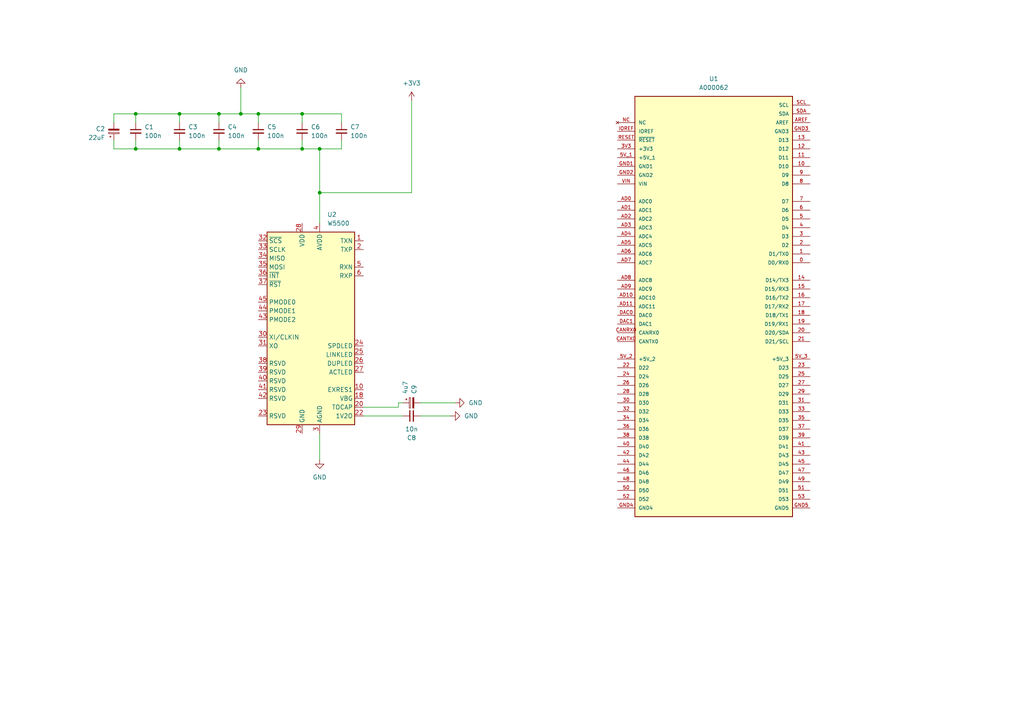
<source format=kicad_sch>
(kicad_sch (version 20230121) (generator eeschema)
  (paper "A4")
  (lib_symbols
    (symbol "A000062:A000062" (pin_names (offset 1.016))
      (property "Reference" "U" (at -22.86 61.722 0))
      (property "Value" "A000062" (at -22.86 -63.5 0))
      (symbol "A000062_0_0"
        (rectangle (start -22.86 -60.96) (end 22.86 60.96) (stroke (width 0.254)) (fill (type background)))
        (pin bidirectional line (at 27.94 12.7 180) (length 5.08) (name "D0/RX0") (number "0"))
        (pin bidirectional line (at 27.94 15.24 180) (length 5.08) (name "D1/TX0") (number "1"))
        (pin bidirectional line (at 27.94 40.64 180) (length 5.08) (name "D10") (number "10"))
        (pin bidirectional line (at 27.94 43.18 180) (length 5.08) (name "D11") (number "11"))
        (pin bidirectional line (at 27.94 45.72 180) (length 5.08) (name "D12") (number "12"))
        (pin bidirectional line (at 27.94 48.26 180) (length 5.08) (name "D13") (number "13"))
        (pin bidirectional line (at 27.94 7.62 180) (length 5.08) (name "D14/TX3") (number "14"))
        (pin bidirectional line (at 27.94 5.08 180) (length 5.08) (name "D15/RX3") (number "15"))
        (pin bidirectional line (at 27.94 2.54 180) (length 5.08) (name "D16/TX2") (number "16"))
        (pin bidirectional line (at 27.94 0 180) (length 5.08) (name "D17/RX2") (number "17"))
        (pin bidirectional line (at 27.94 -2.54 180) (length 5.08) (name "D18/TX1") (number "18"))
        (pin bidirectional line (at 27.94 -5.08 180) (length 5.08) (name "D19/RX1") (number "19"))
        (pin bidirectional line (at 27.94 17.78 180) (length 5.08) (name "D2") (number "2"))
        (pin bidirectional line (at 27.94 -7.62 180) (length 5.08) (name "D20/SDA") (number "20"))
        (pin bidirectional line (at 27.94 -10.16 180) (length 5.08) (name "D21/SCL") (number "21"))
        (pin bidirectional line (at -27.94 -17.78 0) (length 5.08) (name "D22") (number "22"))
        (pin bidirectional line (at 27.94 -17.78 180) (length 5.08) (name "D23") (number "23"))
        (pin bidirectional line (at -27.94 -20.32 0) (length 5.08) (name "D24") (number "24"))
        (pin bidirectional line (at 27.94 -20.32 180) (length 5.08) (name "D25") (number "25"))
        (pin bidirectional line (at -27.94 -22.86 0) (length 5.08) (name "D26") (number "26"))
        (pin bidirectional line (at 27.94 -22.86 180) (length 5.08) (name "D27") (number "27"))
        (pin bidirectional line (at -27.94 -25.4 0) (length 5.08) (name "D28") (number "28"))
        (pin bidirectional line (at 27.94 -25.4 180) (length 5.08) (name "D29") (number "29"))
        (pin bidirectional line (at 27.94 20.32 180) (length 5.08) (name "D3") (number "3"))
        (pin bidirectional line (at -27.94 -27.94 0) (length 5.08) (name "D30") (number "30"))
        (pin bidirectional line (at 27.94 -27.94 180) (length 5.08) (name "D31") (number "31"))
        (pin bidirectional line (at -27.94 -30.48 0) (length 5.08) (name "D32") (number "32"))
        (pin bidirectional line (at 27.94 -30.48 180) (length 5.08) (name "D33") (number "33"))
        (pin bidirectional line (at -27.94 -33.02 0) (length 5.08) (name "D34") (number "34"))
        (pin bidirectional line (at 27.94 -33.02 180) (length 5.08) (name "D35") (number "35"))
        (pin bidirectional line (at -27.94 -35.56 0) (length 5.08) (name "D36") (number "36"))
        (pin bidirectional line (at 27.94 -35.56 180) (length 5.08) (name "D37") (number "37"))
        (pin bidirectional line (at -27.94 -38.1 0) (length 5.08) (name "D38") (number "38"))
        (pin bidirectional line (at 27.94 -38.1 180) (length 5.08) (name "D39") (number "39"))
        (pin power_in line (at -27.94 45.72 0) (length 5.08) (name "+3V3") (number "3V3"))
        (pin bidirectional line (at 27.94 22.86 180) (length 5.08) (name "D4") (number "4"))
        (pin bidirectional line (at -27.94 -40.64 0) (length 5.08) (name "D40") (number "40"))
        (pin bidirectional line (at 27.94 -40.64 180) (length 5.08) (name "D41") (number "41"))
        (pin bidirectional line (at -27.94 -43.18 0) (length 5.08) (name "D42") (number "42"))
        (pin bidirectional line (at 27.94 -43.18 180) (length 5.08) (name "D43") (number "43"))
        (pin bidirectional line (at -27.94 -45.72 0) (length 5.08) (name "D44") (number "44"))
        (pin bidirectional line (at 27.94 -45.72 180) (length 5.08) (name "D45") (number "45"))
        (pin bidirectional line (at -27.94 -48.26 0) (length 5.08) (name "D46") (number "46"))
        (pin bidirectional line (at 27.94 -48.26 180) (length 5.08) (name "D47") (number "47"))
        (pin bidirectional line (at -27.94 -50.8 0) (length 5.08) (name "D48") (number "48"))
        (pin bidirectional line (at 27.94 -50.8 180) (length 5.08) (name "D49") (number "49"))
        (pin bidirectional line (at 27.94 25.4 180) (length 5.08) (name "D5") (number "5"))
        (pin bidirectional line (at -27.94 -53.34 0) (length 5.08) (name "D50") (number "50"))
        (pin bidirectional line (at 27.94 -53.34 180) (length 5.08) (name "D51") (number "51"))
        (pin bidirectional line (at -27.94 -55.88 0) (length 5.08) (name "D52") (number "52"))
        (pin bidirectional line (at 27.94 -55.88 180) (length 5.08) (name "D53") (number "53"))
        (pin power_in line (at -27.94 43.18 0) (length 5.08) (name "+5V_1") (number "5V_1"))
        (pin power_in line (at -27.94 -15.24 0) (length 5.08) (name "+5V_2") (number "5V_2"))
        (pin power_in line (at 27.94 -15.24 180) (length 5.08) (name "+5V_3") (number "5V_3"))
        (pin bidirectional line (at 27.94 27.94 180) (length 5.08) (name "D6") (number "6"))
        (pin bidirectional line (at 27.94 30.48 180) (length 5.08) (name "D7") (number "7"))
        (pin bidirectional line (at 27.94 35.56 180) (length 5.08) (name "D8") (number "8"))
        (pin bidirectional line (at 27.94 38.1 180) (length 5.08) (name "D9") (number "9"))
        (pin bidirectional line (at -27.94 30.48 0) (length 5.08) (name "ADC0") (number "AD0"))
        (pin bidirectional line (at -27.94 27.94 0) (length 5.08) (name "ADC1") (number "AD1"))
        (pin bidirectional line (at -27.94 2.54 0) (length 5.08) (name "ADC10") (number "AD10"))
        (pin bidirectional line (at -27.94 0 0) (length 5.08) (name "ADC11") (number "AD11"))
        (pin bidirectional line (at -27.94 25.4 0) (length 5.08) (name "ADC2") (number "AD2"))
        (pin bidirectional line (at -27.94 22.86 0) (length 5.08) (name "ADC3") (number "AD3"))
        (pin bidirectional line (at -27.94 20.32 0) (length 5.08) (name "ADC4") (number "AD4"))
        (pin bidirectional line (at -27.94 17.78 0) (length 5.08) (name "ADC5") (number "AD5"))
        (pin bidirectional line (at -27.94 15.24 0) (length 5.08) (name "ADC6") (number "AD6"))
        (pin bidirectional line (at -27.94 12.7 0) (length 5.08) (name "ADC7") (number "AD7"))
        (pin bidirectional line (at -27.94 7.62 0) (length 5.08) (name "ADC8") (number "AD8"))
        (pin bidirectional line (at -27.94 5.08 0) (length 5.08) (name "ADC9") (number "AD9"))
        (pin input line (at 27.94 53.34 180) (length 5.08) (name "AREF") (number "AREF"))
        (pin bidirectional line (at -27.94 -7.62 0) (length 5.08) (name "CANRX0") (number "CANRX0"))
        (pin bidirectional line (at -27.94 -10.16 0) (length 5.08) (name "CANTX0") (number "CANTX0"))
        (pin bidirectional line (at -27.94 -2.54 0) (length 5.08) (name "DAC0") (number "DAC0"))
        (pin bidirectional line (at -27.94 -5.08 0) (length 5.08) (name "DAC1") (number "DAC1"))
        (pin power_in line (at -27.94 40.64 0) (length 5.08) (name "GND1") (number "GND1"))
        (pin power_in line (at -27.94 38.1 0) (length 5.08) (name "GND2") (number "GND2"))
        (pin power_in line (at 27.94 50.8 180) (length 5.08) (name "GND3") (number "GND3"))
        (pin power_in line (at -27.94 -58.42 0) (length 5.08) (name "GND4") (number "GND4"))
        (pin power_in line (at 27.94 -58.42 180) (length 5.08) (name "GND5") (number "GND5"))
        (pin bidirectional line (at -27.94 50.8 0) (length 5.08) (name "IOREF") (number "IOREF"))
        (pin no_connect line (at -27.94 53.34 0) (length 5.08) (name "NC") (number "NC"))
        (pin input line (at -27.94 48.26 0) (length 5.08) (name "~{RESET}") (number "RESET"))
        (pin bidirectional line (at 27.94 58.42 180) (length 5.08) (name "SCL") (number "SCL"))
        (pin bidirectional line (at 27.94 55.88 180) (length 5.08) (name "SDA") (number "SDA"))
        (pin input line (at -27.94 35.56 0) (length 5.08) (name "VIN") (number "VIN"))
      )
    )
    (symbol "Device:C_Polarized_Small" (pin_numbers hide) (pin_names (offset 0.254) hide)
      (property "Reference" "C" (at 0.254 1.778 0))
      (property "Value" "C_Polarized_Small" (at 0.254 -2.032 0))
      (symbol "C_Polarized_Small_0_1"
        (rectangle (start -1.524 -0.3048) (end 1.524 -0.6858) (fill (type outline)))
        (rectangle (start -1.524 0.6858) (end 1.524 0.3048))
        (polyline (pts (xy -1.27 1.524) (xy -0.762 1.524)))
        (polyline (pts (xy -1.016 1.27) (xy -1.016 1.778)))
      )
      (symbol "C_Polarized_Small_1_1"
        (pin passive line (at 0 2.54 270) (length 1.8542) (name "~") (number "1"))
        (pin passive line (at 0 -2.54 90) (length 1.8542) (name "~") (number "2"))
      )
    )
    (symbol "Device:C_Small" (pin_numbers hide) (pin_names (offset 0.254) hide)
      (property "Reference" "C" (at 0.254 1.778 0))
      (property "Value" "C_Small" (at 0.254 -2.032 0))
      (symbol "C_Small_0_1"
        (polyline (pts (xy -1.524 -0.508) (xy 1.524 -0.508)) (stroke (width 0.3302)))
        (polyline (pts (xy -1.524 0.508) (xy 1.524 0.508)) (stroke (width 0.3048)))
      )
      (symbol "C_Small_1_1"
        (pin passive line (at 0 2.54 270) (length 2.032) (name "~") (number "1"))
        (pin passive line (at 0 -2.54 90) (length 2.032) (name "~") (number "2"))
      )
    )
    (symbol "Interface_Ethernet:W5500"
      (property "Reference" "U" (at -11.43 29.21 0))
      (property "Value" "W5500" (at 8.89 29.21 0))
      (symbol "W5500_0_1"
        (rectangle (start -12.7 27.94) (end 12.7 -27.94) (stroke (width 0.254)) (fill (type background)))
      )
      (symbol "W5500_1_1"
        (pin output line (at 15.24 25.4 180) (length 2.54) (name "TXN") (number "1"))
        (pin passive line (at 15.24 -17.78 180) (length 2.54) (name "EXRES1") (number "10"))
        (pin passive line (at 2.54 30.48 270) (length 2.54) hide (name "AVDD") (number "11"))
        (pin no_connect line (at 12.7 7.62 180) (length 2.54) hide (name "NC") (number "12"))
        (pin no_connect line (at 12.7 5.08 180) (length 2.54) hide (name "NC") (number "13"))
        (pin passive line (at 2.54 -30.48 90) (length 2.54) hide (name "AGND") (number "14"))
        (pin passive line (at 2.54 30.48 270) (length 2.54) hide (name "AVDD") (number "15"))
        (pin passive line (at 2.54 -30.48 90) (length 2.54) hide (name "AGND") (number "16"))
        (pin passive line (at 2.54 30.48 270) (length 2.54) hide (name "AVDD") (number "17"))
        (pin passive line (at 15.24 -20.32 180) (length 2.54) (name "VBG") (number "18"))
        (pin passive line (at 2.54 -30.48 90) (length 2.54) hide (name "AGND") (number "19"))
        (pin output line (at 15.24 22.86 180) (length 2.54) (name "TXP") (number "2"))
        (pin passive line (at 15.24 -22.86 180) (length 2.54) (name "TOCAP") (number "20"))
        (pin passive line (at 2.54 30.48 270) (length 2.54) hide (name "AVDD") (number "21"))
        (pin output line (at 15.24 -25.4 180) (length 2.54) (name "1V2O") (number "22"))
        (pin input line (at -15.24 -25.4 0) (length 2.54) (name "RSVD") (number "23"))
        (pin output line (at 15.24 -5.08 180) (length 2.54) (name "SPDLED") (number "24"))
        (pin output line (at 15.24 -7.62 180) (length 2.54) (name "LINKLED") (number "25"))
        (pin output line (at 15.24 -10.16 180) (length 2.54) (name "DUPLED") (number "26"))
        (pin output line (at 15.24 -12.7 180) (length 2.54) (name "ACTLED") (number "27"))
        (pin power_in line (at -2.54 30.48 270) (length 2.54) (name "VDD") (number "28"))
        (pin power_in line (at -2.54 -30.48 90) (length 2.54) (name "GND") (number "29"))
        (pin power_in line (at 2.54 -30.48 90) (length 2.54) (name "AGND") (number "3"))
        (pin input line (at -15.24 -2.54 0) (length 2.54) (name "XI/CLKIN") (number "30"))
        (pin output line (at -15.24 -5.08 0) (length 2.54) (name "XO") (number "31"))
        (pin input line (at -15.24 25.4 0) (length 2.54) (name "~{SCS}") (number "32"))
        (pin input line (at -15.24 22.86 0) (length 2.54) (name "SCLK") (number "33"))
        (pin output line (at -15.24 20.32 0) (length 2.54) (name "MISO") (number "34"))
        (pin input line (at -15.24 17.78 0) (length 2.54) (name "MOSI") (number "35"))
        (pin input line (at -15.24 15.24 0) (length 2.54) (name "~{INT}") (number "36"))
        (pin input line (at -15.24 12.7 0) (length 2.54) (name "~{RST}") (number "37"))
        (pin input line (at -15.24 -10.16 0) (length 2.54) (name "RSVD") (number "38"))
        (pin input line (at -15.24 -12.7 0) (length 2.54) (name "RSVD") (number "39"))
        (pin power_in line (at 2.54 30.48 270) (length 2.54) (name "AVDD") (number "4"))
        (pin input line (at -15.24 -15.24 0) (length 2.54) (name "RSVD") (number "40"))
        (pin input line (at -15.24 -17.78 0) (length 2.54) (name "RSVD") (number "41"))
        (pin input line (at -15.24 -20.32 0) (length 2.54) (name "RSVD") (number "42"))
        (pin input line (at -15.24 2.54 0) (length 2.54) (name "PMODE2") (number "43"))
        (pin input line (at -15.24 5.08 0) (length 2.54) (name "PMODE1") (number "44"))
        (pin input line (at -15.24 7.62 0) (length 2.54) (name "PMODE0") (number "45"))
        (pin no_connect line (at 12.7 2.54 180) (length 2.54) hide (name "NC") (number "46"))
        (pin no_connect line (at 12.7 0 180) (length 2.54) hide (name "NC") (number "47"))
        (pin passive line (at 2.54 -30.48 90) (length 2.54) hide (name "AGND") (number "48"))
        (pin input line (at 15.24 17.78 180) (length 2.54) (name "RXN") (number "5"))
        (pin input line (at 15.24 15.24 180) (length 2.54) (name "RXP") (number "6"))
        (pin no_connect line (at 12.7 10.16 180) (length 2.54) hide (name "DNC") (number "7"))
        (pin passive line (at 2.54 30.48 270) (length 2.54) hide (name "AVDD") (number "8"))
        (pin passive line (at 2.54 -30.48 90) (length 2.54) hide (name "AGND") (number "9"))
      )
    )
    (symbol "power:+3V3" (power) (pin_names (offset 0))
      (property "Value" "+3V3" (at 0 3.556 0))
      (symbol "+3V3_0_1"
        (polyline (pts (xy -0.762 1.27) (xy 0 2.54)))
        (polyline (pts (xy 0 0) (xy 0 2.54)))
        (polyline (pts (xy 0 2.54) (xy 0.762 1.27)))
      )
      (symbol "+3V3_1_1"
        (pin power_in line (at 0 0 90) (length 0) hide (name "+3V3") (number "1"))
      )
    )
    (symbol "power:GND" (power) (pin_names (offset 0))
      (property "Value" "GND" (at 0 -3.81 0))
      (symbol "GND_0_1"
        (polyline (pts (xy 0 0) (xy 0 -1.27) (xy 1.27 -1.27) (xy 0 -2.54) (xy -1.27 -1.27) (xy 0 -1.27)))
      )
      (symbol "GND_1_1"
        (pin power_in line (at 0 0 270) (length 0) hide (name "GND") (number "1"))
      )
    )
  )
  (junction (at 69.85 33.02))
  (junction (at 87.63 43.18))
  (junction (at 92.71 55.88))
  (junction (at 63.5 43.18))
  (junction (at 39.37 33.02))
  (junction (at 52.07 33.02))
  (junction (at 87.63 33.02))
  (junction (at 92.71 43.18))
  (junction (at 63.5 33.02))
  (junction (at 74.93 33.02))
  (junction (at 74.93 43.18))
  (junction (at 52.07 43.18))
  (junction (at 39.37 43.18))
  (wire (pts (xy 99.06 43.18) (xy 99.06 40.64)))
  (wire (pts (xy 52.07 33.02) (xy 63.5 33.02)))
  (wire (pts (xy 74.93 40.64) (xy 74.93 43.18)))
  (wire (pts (xy 52.07 33.02) (xy 52.07 35.56)))
  (wire (pts (xy 33.02 33.02) (xy 39.37 33.02)))
  (wire (pts (xy 87.63 33.02) (xy 99.06 33.02)))
  (wire (pts (xy 69.85 25.4) (xy 69.85 33.02)))
  (wire (pts (xy 74.93 43.18) (xy 87.63 43.18)))
  (wire (pts (xy 87.63 40.64) (xy 87.63 43.18)))
  (wire (pts (xy 92.71 43.18) (xy 92.71 55.88)))
  (wire (pts (xy 87.63 43.18) (xy 92.71 43.18)))
  (wire (pts (xy 74.93 33.02) (xy 74.93 35.56)))
  (wire (pts (xy 63.5 33.02) (xy 69.85 33.02)))
  (wire (pts (xy 121.92 120.65) (xy 130.81 120.65)))
  (wire (pts (xy 52.07 43.18) (xy 63.5 43.18)))
  (wire (pts (xy 63.5 43.18) (xy 74.93 43.18)))
  (wire (pts (xy 33.02 40.64) (xy 33.02 43.18)))
  (wire (pts (xy 63.5 33.02) (xy 63.5 35.56)))
  (wire (pts (xy 92.71 55.88) (xy 92.71 64.77)))
  (wire (pts (xy 105.41 120.65) (xy 116.84 120.65)))
  (wire (pts (xy 74.93 33.02) (xy 87.63 33.02)))
  (wire (pts (xy 115.57 118.11) (xy 115.57 116.84)))
  (wire (pts (xy 33.02 43.18) (xy 39.37 43.18)))
  (wire (pts (xy 39.37 40.64) (xy 39.37 43.18)))
  (wire (pts (xy 121.92 116.84) (xy 132.08 116.84)))
  (wire (pts (xy 92.71 125.73) (xy 92.71 133.35)))
  (wire (pts (xy 87.63 33.02) (xy 87.63 35.56)))
  (wire (pts (xy 92.71 43.18) (xy 99.06 43.18)))
  (wire (pts (xy 99.06 33.02) (xy 99.06 35.56)))
  (wire (pts (xy 119.38 55.88) (xy 92.71 55.88)))
  (wire (pts (xy 39.37 43.18) (xy 52.07 43.18)))
  (wire (pts (xy 69.85 33.02) (xy 74.93 33.02)))
  (wire (pts (xy 63.5 40.64) (xy 63.5 43.18)))
  (wire (pts (xy 52.07 40.64) (xy 52.07 43.18)))
  (wire (pts (xy 39.37 33.02) (xy 52.07 33.02)))
  (wire (pts (xy 119.38 29.21) (xy 119.38 55.88)))
  (wire (pts (xy 33.02 35.56) (xy 33.02 33.02)))
  (wire (pts (xy 39.37 33.02) (xy 39.37 35.56)))
  (wire (pts (xy 105.41 118.11) (xy 115.57 118.11)))
  (wire (pts (xy 115.57 116.84) (xy 116.84 116.84)))
  (symbol (lib_id "Interface_Ethernet:W5500") (at 90.17 95.25 0) (unit 1)
    (property "Reference" "U2" (at 94.9041 62.23 0) (effects (justify left)))
    (property "Value" "W5500" (at 94.9041 64.77 0) (effects (justify left)))
    (property "Footprint" "Package_QFP:LQFP-48_7x7mm_P0.5mm" (effects hide))
    (property "Datasheet" "http://wizwiki.net/wiki/lib/exe/fetch.php/products:w5500:w5500_ds_v109e.pdf" (effects hide))
  )
  (symbol (lib_id "Device:C_Polarized_Small") (at 33.02 38.1 0) (mirror x) (unit 1)
    (property "Reference" "C2" (at 30.48 37.3761 0) (effects (justify right)))
    (property "Value" "22uF" (at 30.48 39.9161 0) (effects (justify right)))
  )
  (symbol (lib_id "Device:C_Small") (at 119.38 120.65 90) (mirror x) (unit 1)
    (property "Reference" "C8" (at 119.3863 127 90))
    (property "Value" "10n" (at 119.3863 124.46 90))
  )
  (symbol (lib_id "Device:C_Small") (at 99.06 38.1 0) (unit 1)
    (property "Reference" "C7" (at 101.6 36.8363 0) (effects (justify left)))
    (property "Value" "100n" (at 101.6 39.3763 0) (effects (justify left)))
  )
  (symbol (lib_id "power:GND") (at 69.85 25.4 180) (unit 1)
    (property "Reference" "#PWR01" (effects hide))
    (property "Value" "GND" (at 69.85 20.32 0))
  )
  (symbol (lib_id "power:GND") (at 92.71 133.35 0) (unit 1)
    (property "Reference" "#PWR02" (effects hide))
    (property "Value" "GND" (at 92.71 138.43 0))
  )
  (symbol (lib_id "power:GND") (at 132.08 116.84 90) (unit 1)
    (property "Reference" "#PWR05" (effects hide))
    (property "Value" "GND" (at 135.89 116.84 90) (effects (justify right)))
  )
  (symbol (lib_id "Device:C_Small") (at 87.63 38.1 0) (unit 1)
    (property "Reference" "C6" (at 90.17 36.8363 0) (effects (justify left)))
    (property "Value" "100n" (at 90.17 39.3763 0) (effects (justify left)))
  )
  (symbol (lib_id "Device:C_Small") (at 74.93 38.1 0) (unit 1)
    (property "Reference" "C5" (at 77.47 36.8363 0) (effects (justify left)))
    (property "Value" "100n" (at 77.47 39.3763 0) (effects (justify left)))
  )
  (symbol (lib_id "Device:C_Small") (at 39.37 38.1 0) (unit 1)
    (property "Reference" "C1" (at 41.91 36.8363 0) (effects (justify left)))
    (property "Value" "100n" (at 41.91 39.3763 0) (effects (justify left)))
  )
  (symbol (lib_id "Device:C_Polarized_Small") (at 119.38 116.84 90) (mirror x) (unit 1)
    (property "Reference" "C9" (at 120.1039 114.3 0) (effects (justify right)))
    (property "Value" "4u7" (at 117.5639 114.3 0) (effects (justify right)))
  )
  (symbol (lib_id "power:GND") (at 130.81 120.65 90) (unit 1)
    (property "Reference" "#PWR04" (effects hide))
    (property "Value" "GND" (at 134.62 120.65 90) (effects (justify right)))
  )
  (symbol (lib_id "Device:C_Small") (at 52.07 38.1 0) (unit 1)
    (property "Reference" "C3" (at 54.61 36.8363 0) (effects (justify left)))
    (property "Value" "100n" (at 54.61 39.3763 0) (effects (justify left)))
  )
  (symbol (lib_id "A000062:A000062") (at 207.01 88.9 0) (unit 1)
    (property "Reference" "U1" (at 207.01 22.86 0))
    (property "Value" "A000062" (at 207.01 25.4 0))
    (property "Footprint" "Arduino_Due_Shield:Arduino_Due_Shield" (effects hide))
    (property "MF" "Arduino" (effects hide))
    (property "MAXIMUM_PACKAGE_HEIGHT" "12.83 mm" (effects hide))
    (property "Package" "None" (effects hide))
    (property "Price" "None" (effects hide))
    (property "Check_prices" "https://www.snapeda.com/parts/A000062/Arduino/view-part/?ref=eda" (effects hide))
    (property "STANDARD" "Manufacturer Recommendations" (effects hide))
    (property "PARTREV" "N/A" (effects hide))
    (property "SnapEDA_Link" "https://www.snapeda.com/parts/A000062/Arduino/view-part/?ref=snap" (effects hide))
    (property "MP" "A000062" (effects hide))
    (property "Purchase-URL" "https://www.snapeda.com/api/url_track_click_mouser/?unipart_id=7139256&manufacturer=Arduino&part_name=A000062&search_term=arduino due (+headers) | a000062 arduino corporati" (effects hide))
    (property "Description" "\nArduino Due 32-bit ARM Cortex-M3 Module | Arduino A000062\n" (effects hide))
    (property "MANUFACTURER" "Arduino" (effects hide))
    (property "Availability" "In Stock" (effects hide))
    (property "SNAPEDA_PN" "A000062" (effects hide))
  )
  (symbol (lib_id "power:+3V3") (at 119.38 29.21 0) (unit 1)
    (property "Reference" "#PWR03" (effects hide))
    (property "Value" "+3V3" (at 119.38 24.13 0))
  )
  (symbol (lib_id "Device:C_Small") (at 63.5 38.1 0) (unit 1)
    (property "Reference" "C4" (at 66.04 36.8363 0) (effects (justify left)))
    (property "Value" "100n" (at 66.04 39.3763 0) (effects (justify left)))
  )
)
</source>
